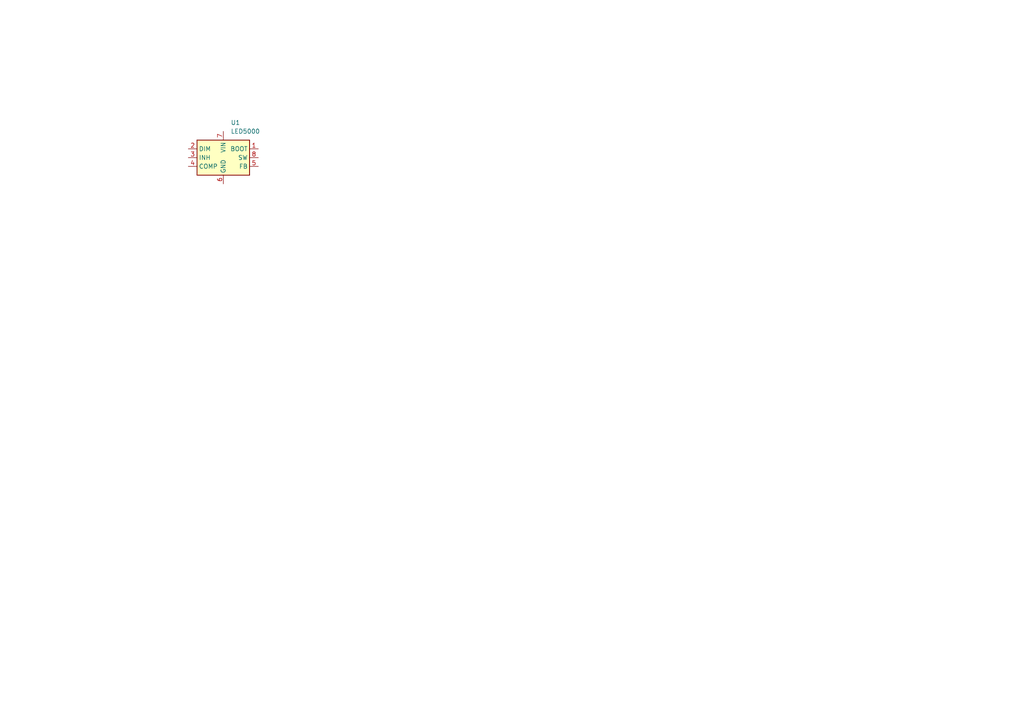
<source format=kicad_sch>
(kicad_sch (version 20250114) (generator "eeschema") (generator_version "9.0")
  (paper "A4")
  (lib_symbols
    (symbol "Driver_LED:LED5000"
      (property "Reference" "U" (at -7.62 6.35 0))
      (property "Value" "LED5000" (at 7.62 6.35 0))
      (symbol "LED5000_1_0"
        (pin input line (at -10.16 2.54 0) (length 2.54) (name "DIM") (number "2"))
        (pin input line (at -10.16 0 0) (length 2.54) (name "INH") (number "3"))
        (pin passive line (at -10.16 -2.54 0) (length 2.54) (name "COMP") (number "4"))
        (pin power_in line (at 0 7.62 270) (length 2.54) (name "VIN") (number "7"))
        (pin power_in line (at 0 -7.62 90) (length 2.54) (name "GND") (number "6"))
        (pin passive line (at 0 -7.62 90) (length 2.54) (hide yes) (name "GND") (number "9"))
        (pin passive line (at 10.16 2.54 180) (length 2.54) (name "BOOT") (number "1"))
        (pin output line (at 10.16 0 180) (length 2.54) (name "SW") (number "8"))
        (pin input line (at 10.16 -2.54 180) (length 2.54) (name "FB") (number "5"))
      )
      (symbol "LED5000_1_1"
        (rectangle (start -7.62 5.08) (end 7.62 -5.08) (stroke (width 0.254)) (fill (type background)))
      )
    )
  )
  (symbol (lib_id "Driver_LED:LED5000") (at 64.77 45.72 0) (unit 1)
    (property "Reference" "U1" (at 66.9133 35.56 0) (effects (justify left)))
    (property "Value" "LED5000" (at 66.9133 38.1 0) (effects (justify left)))
    (property "Footprint" "Package_SO:HSOP-8-1EP_3.9x4.9mm_P1.27mm_EP2.41x3.1mm" (effects (hide yes)))
    (property "Datasheet" "https://www.st.com/resource/en/datasheet/led5000.pdf" (effects (hide yes)))
    (property "Description" "3A monolithic step-down current source with dimming, HSOP-8" (effects (hide yes)))
  )
)
</source>
